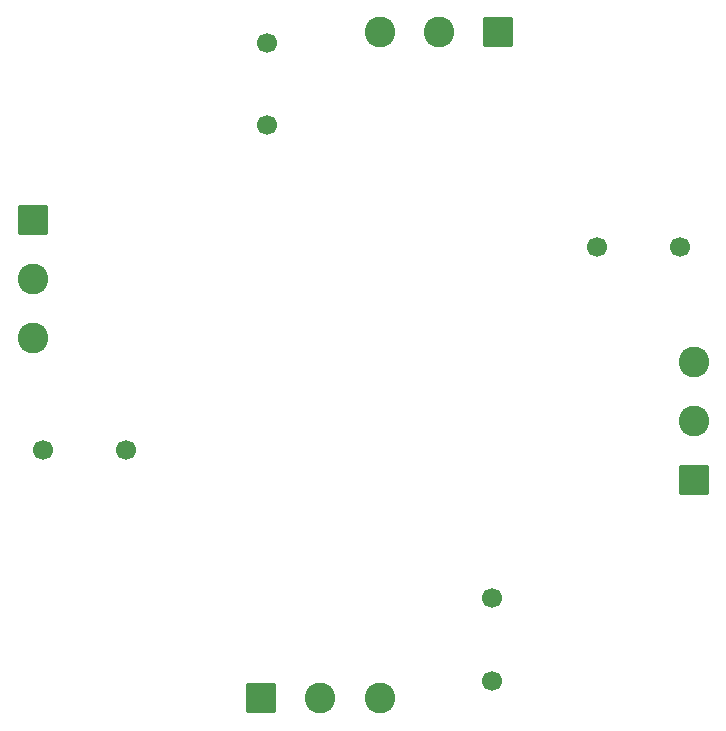
<source format=gbs>
G04 #@! TF.GenerationSoftware,KiCad,Pcbnew,9.0.3*
G04 #@! TF.CreationDate,2025-08-26T17:38:58-07:00*
G04 #@! TF.ProjectId,sdi12_breakout,73646931-325f-4627-9265-616b6f75742e,V1*
G04 #@! TF.SameCoordinates,Original*
G04 #@! TF.FileFunction,Soldermask,Bot*
G04 #@! TF.FilePolarity,Negative*
%FSLAX45Y45*%
G04 Gerber Fmt 4.5, Leading zero omitted, Abs format (unit mm)*
G04 Created by KiCad (PCBNEW 9.0.3) date 2025-08-26 17:38:58*
%MOMM*%
%LPD*%
G01*
G04 APERTURE LIST*
G04 Aperture macros list*
%AMRoundRect*
0 Rectangle with rounded corners*
0 $1 Rounding radius*
0 $2 $3 $4 $5 $6 $7 $8 $9 X,Y pos of 4 corners*
0 Add a 4 corners polygon primitive as box body*
4,1,4,$2,$3,$4,$5,$6,$7,$8,$9,$2,$3,0*
0 Add four circle primitives for the rounded corners*
1,1,$1+$1,$2,$3*
1,1,$1+$1,$4,$5*
1,1,$1+$1,$6,$7*
1,1,$1+$1,$8,$9*
0 Add four rect primitives between the rounded corners*
20,1,$1+$1,$2,$3,$4,$5,0*
20,1,$1+$1,$4,$5,$6,$7,0*
20,1,$1+$1,$6,$7,$8,$9,0*
20,1,$1+$1,$8,$9,$2,$3,0*%
G04 Aperture macros list end*
%ADD10RoundRect,0.250000X1.050000X-1.050000X1.050000X1.050000X-1.050000X1.050000X-1.050000X-1.050000X0*%
%ADD11C,2.600000*%
%ADD12RoundRect,0.250000X1.050000X1.050000X-1.050000X1.050000X-1.050000X-1.050000X1.050000X-1.050000X0*%
%ADD13C,1.700000*%
%ADD14RoundRect,0.250000X-1.050000X-1.050000X1.050000X-1.050000X1.050000X1.050000X-1.050000X1.050000X0*%
%ADD15RoundRect,0.250000X-1.050000X1.050000X-1.050000X-1.050000X1.050000X-1.050000X1.050000X1.050000X0*%
G04 APERTURE END LIST*
D10*
X7511750Y-5750000D03*
D11*
X7511750Y-5250000D03*
X7511750Y-4750000D03*
D12*
X5850000Y-1963250D03*
D11*
X5350000Y-1963250D03*
X4850000Y-1963250D03*
D13*
X7390000Y-3780000D03*
X6690000Y-3780000D03*
X2000000Y-5500000D03*
X2700000Y-5500000D03*
D14*
X3850000Y-7600000D03*
D11*
X4350000Y-7600000D03*
X4850000Y-7600000D03*
D13*
X5800000Y-7450000D03*
X5800000Y-6750000D03*
X3900000Y-2050000D03*
X3900000Y-2750000D03*
D15*
X1913250Y-3550000D03*
D11*
X1913250Y-4050000D03*
X1913250Y-4550000D03*
M02*

</source>
